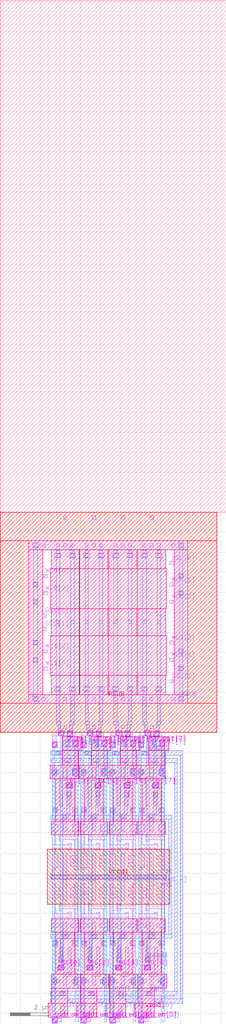
<source format=lef>
VERSION 5.7 ;
  NOWIREEXTENSIONATPIN ON ;
  DIVIDERCHAR "/" ;
  BUSBITCHARS "[]" ;
MACRO flash_array_8x8
  CLASS BLOCK ;
  FOREIGN flash_array_8x8 ;
  ORIGIN 0.000 0.000 ;
  SIZE 11.275 BY 25.530 ;
  PIN PSUB
    ANTENNADIFFAREA 8.916200 ;
    PORT
      LAYER pwell ;
        RECT 1.430 -1.860 9.360 -1.430 ;
        RECT 1.430 -9.110 2.110 -1.860 ;
        RECT 2.535 -2.830 3.935 -1.860 ;
        RECT 3.975 -2.830 5.375 -1.860 ;
        RECT 5.415 -2.830 6.815 -1.860 ;
        RECT 6.855 -2.830 8.255 -1.860 ;
        RECT 2.520 -4.810 3.950 -2.830 ;
        RECT 3.960 -4.810 5.390 -2.830 ;
        RECT 5.400 -4.810 6.830 -2.830 ;
        RECT 6.840 -4.810 8.270 -2.830 ;
        RECT 2.535 -6.160 3.935 -4.810 ;
        RECT 3.975 -6.160 5.375 -4.810 ;
        RECT 5.415 -6.160 6.815 -4.810 ;
        RECT 6.855 -6.160 8.255 -4.810 ;
        RECT 2.520 -8.140 3.950 -6.160 ;
        RECT 3.960 -8.140 5.390 -6.160 ;
        RECT 5.400 -8.140 6.830 -6.160 ;
        RECT 6.840 -8.140 8.270 -6.160 ;
        RECT 2.535 -9.110 3.935 -8.140 ;
        RECT 3.975 -9.110 5.375 -8.140 ;
        RECT 5.415 -9.110 6.815 -8.140 ;
        RECT 6.855 -9.110 8.255 -8.140 ;
        RECT 8.680 -9.110 9.360 -1.860 ;
        RECT 1.430 -9.540 9.360 -9.110 ;
      LAYER li1 ;
        RECT 1.680 -1.730 1.850 -1.560 ;
        RECT 2.075 -1.730 2.245 -1.560 ;
        RECT 2.790 -1.730 2.960 -1.560 ;
        RECT 3.150 -1.730 3.320 -1.560 ;
        RECT 3.510 -1.730 3.680 -1.560 ;
        RECT 4.230 -1.730 4.400 -1.560 ;
        RECT 4.590 -1.730 4.760 -1.560 ;
        RECT 4.950 -1.730 5.120 -1.560 ;
        RECT 5.670 -1.730 5.840 -1.560 ;
        RECT 6.030 -1.730 6.200 -1.560 ;
        RECT 6.390 -1.730 6.560 -1.560 ;
        RECT 7.110 -1.730 7.280 -1.560 ;
        RECT 7.470 -1.730 7.640 -1.560 ;
        RECT 7.830 -1.730 8.000 -1.560 ;
        RECT 8.550 -1.730 8.720 -1.560 ;
        RECT 8.930 -1.730 9.100 -1.560 ;
        RECT 8.930 -3.260 9.100 -3.090 ;
        RECT 1.680 -3.690 1.850 -3.520 ;
        RECT 8.930 -4.120 9.100 -3.950 ;
        RECT 1.680 -4.550 1.850 -4.380 ;
        RECT 1.680 -6.590 1.850 -6.420 ;
        RECT 8.930 -7.020 9.100 -6.850 ;
        RECT 1.680 -7.450 1.850 -7.280 ;
        RECT 8.930 -7.880 9.100 -7.710 ;
        RECT 1.680 -9.410 1.850 -9.240 ;
        RECT 2.075 -9.410 2.245 -9.240 ;
        RECT 2.790 -9.410 2.960 -9.240 ;
        RECT 3.150 -9.410 3.320 -9.240 ;
        RECT 3.510 -9.410 3.680 -9.240 ;
        RECT 4.230 -9.410 4.400 -9.240 ;
        RECT 4.590 -9.410 4.760 -9.240 ;
        RECT 4.950 -9.410 5.120 -9.240 ;
        RECT 5.670 -9.410 5.840 -9.240 ;
        RECT 6.030 -9.410 6.200 -9.240 ;
        RECT 6.390 -9.410 6.560 -9.240 ;
        RECT 7.110 -9.410 7.280 -9.240 ;
        RECT 7.470 -9.410 7.640 -9.240 ;
        RECT 7.830 -9.410 8.000 -9.240 ;
        RECT 8.550 -9.410 8.720 -9.240 ;
        RECT 8.930 -9.410 9.100 -9.240 ;
      LAYER met1 ;
        RECT 1.620 -1.760 1.910 -1.530 ;
        RECT 8.870 -1.760 9.160 -1.530 ;
        RECT 1.680 -3.490 1.850 -1.760 ;
        RECT 8.930 -3.060 9.100 -1.760 ;
        RECT 8.900 -3.290 9.130 -3.060 ;
        RECT 1.650 -3.720 1.880 -3.490 ;
        RECT 1.680 -4.350 1.850 -3.720 ;
        RECT 8.930 -3.920 9.100 -3.290 ;
        RECT 8.900 -4.150 9.130 -3.920 ;
        RECT 1.650 -4.580 1.880 -4.350 ;
        RECT 1.680 -6.390 1.850 -4.580 ;
        RECT 1.650 -6.620 1.880 -6.390 ;
        RECT 1.680 -7.250 1.850 -6.620 ;
        RECT 8.930 -6.820 9.100 -4.150 ;
        RECT 8.900 -7.050 9.130 -6.820 ;
        RECT 1.650 -7.480 1.880 -7.250 ;
        RECT 1.680 -9.210 1.850 -7.480 ;
        RECT 8.930 -7.680 9.100 -7.050 ;
        RECT 8.900 -7.910 9.130 -7.680 ;
        RECT 8.930 -9.210 9.100 -7.910 ;
        RECT 1.620 -9.440 1.910 -9.210 ;
        RECT 8.870 -9.440 9.160 -9.210 ;
    END
  END PSUB
  PIN BL[0]
    ANTENNAGATEAREA 0.126000 ;
    ANTENNADIFFAREA 0.273000 ;
    PORT
      LAYER li1 ;
        RECT 2.790 -2.240 2.960 -2.070 ;
        RECT 2.790 -8.900 2.960 -8.730 ;
        RECT 2.865 -22.800 3.195 -22.630 ;
      LAYER mcon ;
        RECT 2.945 -22.800 3.115 -22.630 ;
      LAYER met1 ;
        RECT 2.790 -2.040 2.960 -1.905 ;
        RECT 2.730 -2.270 3.020 -2.040 ;
        RECT 2.790 -8.700 2.960 -2.270 ;
        RECT 2.730 -8.930 3.020 -8.700 ;
        RECT 2.790 -10.455 2.960 -8.930 ;
        RECT 2.790 -10.595 3.025 -10.455 ;
        RECT 2.885 -10.895 3.025 -10.595 ;
        RECT 2.885 -11.155 3.205 -10.895 ;
        RECT 2.870 -22.860 3.190 -22.600 ;
      LAYER via ;
        RECT 2.915 -11.155 3.175 -10.895 ;
        RECT 2.900 -22.860 3.160 -22.600 ;
      LAYER met2 ;
        RECT 2.885 -11.155 3.205 -10.895 ;
        RECT 2.985 -22.600 3.125 -11.155 ;
        RECT 2.870 -22.860 3.190 -22.600 ;
    END
  END BL[0]
  PIN BL[1]
    ANTENNAGATEAREA 0.126000 ;
    ANTENNADIFFAREA 0.273000 ;
    PORT
      LAYER li1 ;
        RECT 3.510 -2.240 3.680 -2.070 ;
        RECT 3.510 -8.900 3.680 -8.730 ;
        RECT 3.275 -13.735 3.605 -13.565 ;
      LAYER mcon ;
        RECT 3.355 -13.735 3.525 -13.565 ;
      LAYER met1 ;
        RECT 3.510 -2.040 3.680 -1.905 ;
        RECT 3.450 -2.270 3.740 -2.040 ;
        RECT 3.510 -8.700 3.680 -2.270 ;
        RECT 3.450 -8.930 3.740 -8.700 ;
        RECT 3.510 -10.455 3.680 -8.930 ;
        RECT 3.465 -10.595 3.680 -10.455 ;
        RECT 3.465 -10.895 3.605 -10.595 ;
        RECT 3.345 -11.215 3.605 -10.895 ;
        RECT 3.280 -13.765 3.600 -13.505 ;
      LAYER via ;
        RECT 3.345 -11.185 3.605 -10.925 ;
        RECT 3.310 -13.765 3.570 -13.505 ;
      LAYER met2 ;
        RECT 3.345 -11.215 3.605 -10.895 ;
        RECT 3.345 -13.505 3.485 -11.215 ;
        RECT 3.280 -13.765 3.600 -13.505 ;
    END
  END BL[1]
  PIN BL[2]
    ANTENNAGATEAREA 0.126000 ;
    ANTENNADIFFAREA 0.273000 ;
    PORT
      LAYER li1 ;
        RECT 4.230 -2.240 4.400 -2.070 ;
        RECT 4.230 -8.900 4.400 -8.730 ;
        RECT 4.305 -22.800 4.635 -22.630 ;
      LAYER mcon ;
        RECT 4.385 -22.800 4.555 -22.630 ;
      LAYER met1 ;
        RECT 4.230 -2.040 4.400 -1.905 ;
        RECT 4.170 -2.270 4.460 -2.040 ;
        RECT 4.230 -8.700 4.400 -2.270 ;
        RECT 4.170 -8.930 4.460 -8.700 ;
        RECT 4.230 -10.455 4.400 -8.930 ;
        RECT 4.230 -10.595 4.465 -10.455 ;
        RECT 4.325 -10.895 4.465 -10.595 ;
        RECT 4.325 -11.155 4.645 -10.895 ;
        RECT 4.310 -22.860 4.630 -22.600 ;
      LAYER via ;
        RECT 4.355 -11.155 4.615 -10.895 ;
        RECT 4.340 -22.860 4.600 -22.600 ;
      LAYER met2 ;
        RECT 4.325 -11.155 4.645 -10.895 ;
        RECT 4.425 -22.600 4.565 -11.155 ;
        RECT 4.310 -22.860 4.630 -22.600 ;
    END
  END BL[2]
  PIN BL[3]
    ANTENNAGATEAREA 0.126000 ;
    ANTENNADIFFAREA 0.273000 ;
    PORT
      LAYER li1 ;
        RECT 4.950 -2.240 5.120 -2.070 ;
        RECT 4.950 -8.900 5.120 -8.730 ;
        RECT 4.715 -13.735 5.045 -13.565 ;
      LAYER mcon ;
        RECT 4.795 -13.735 4.965 -13.565 ;
      LAYER met1 ;
        RECT 4.950 -2.040 5.120 -1.905 ;
        RECT 4.890 -2.270 5.180 -2.040 ;
        RECT 4.950 -8.700 5.120 -2.270 ;
        RECT 4.890 -8.930 5.180 -8.700 ;
        RECT 4.950 -10.455 5.120 -8.930 ;
        RECT 4.905 -10.595 5.120 -10.455 ;
        RECT 4.905 -10.895 5.045 -10.595 ;
        RECT 4.785 -11.215 5.045 -10.895 ;
        RECT 4.720 -13.765 5.040 -13.505 ;
      LAYER via ;
        RECT 4.785 -11.185 5.045 -10.925 ;
        RECT 4.750 -13.765 5.010 -13.505 ;
      LAYER met2 ;
        RECT 4.785 -11.215 5.045 -10.895 ;
        RECT 4.785 -13.505 4.925 -11.215 ;
        RECT 4.720 -13.765 5.040 -13.505 ;
    END
  END BL[3]
  PIN BL[4]
    ANTENNAGATEAREA 0.126000 ;
    ANTENNADIFFAREA 0.273000 ;
    PORT
      LAYER li1 ;
        RECT 5.670 -2.240 5.840 -2.070 ;
        RECT 5.670 -8.900 5.840 -8.730 ;
        RECT 5.745 -22.800 6.075 -22.630 ;
      LAYER mcon ;
        RECT 5.825 -22.800 5.995 -22.630 ;
      LAYER met1 ;
        RECT 5.670 -2.040 5.840 -1.905 ;
        RECT 5.610 -2.270 5.900 -2.040 ;
        RECT 5.670 -8.700 5.840 -2.270 ;
        RECT 5.610 -8.930 5.900 -8.700 ;
        RECT 5.670 -10.455 5.840 -8.930 ;
        RECT 5.670 -10.595 5.905 -10.455 ;
        RECT 5.765 -10.895 5.905 -10.595 ;
        RECT 5.765 -11.155 6.085 -10.895 ;
        RECT 5.750 -22.860 6.070 -22.600 ;
      LAYER via ;
        RECT 5.795 -11.155 6.055 -10.895 ;
        RECT 5.780 -22.860 6.040 -22.600 ;
      LAYER met2 ;
        RECT 5.765 -11.155 6.085 -10.895 ;
        RECT 5.865 -22.600 6.005 -11.155 ;
        RECT 5.750 -22.860 6.070 -22.600 ;
    END
  END BL[4]
  PIN BL[5]
    ANTENNAGATEAREA 0.126000 ;
    ANTENNADIFFAREA 0.273000 ;
    PORT
      LAYER li1 ;
        RECT 6.390 -2.240 6.560 -2.070 ;
        RECT 6.390 -8.900 6.560 -8.730 ;
        RECT 6.155 -13.735 6.485 -13.565 ;
      LAYER mcon ;
        RECT 6.235 -13.735 6.405 -13.565 ;
      LAYER met1 ;
        RECT 6.390 -2.040 6.560 -1.905 ;
        RECT 6.330 -2.270 6.620 -2.040 ;
        RECT 6.390 -8.700 6.560 -2.270 ;
        RECT 6.330 -8.930 6.620 -8.700 ;
        RECT 6.390 -10.455 6.560 -8.930 ;
        RECT 6.345 -10.595 6.560 -10.455 ;
        RECT 6.345 -10.895 6.485 -10.595 ;
        RECT 6.225 -11.215 6.485 -10.895 ;
        RECT 6.160 -13.765 6.480 -13.505 ;
      LAYER via ;
        RECT 6.225 -11.185 6.485 -10.925 ;
        RECT 6.190 -13.765 6.450 -13.505 ;
      LAYER met2 ;
        RECT 6.225 -11.215 6.485 -10.895 ;
        RECT 6.225 -13.505 6.365 -11.215 ;
        RECT 6.160 -13.765 6.480 -13.505 ;
    END
  END BL[5]
  PIN BL[6]
    ANTENNAGATEAREA 0.126000 ;
    ANTENNADIFFAREA 0.273000 ;
    PORT
      LAYER li1 ;
        RECT 7.110 -2.240 7.280 -2.070 ;
        RECT 7.110 -8.900 7.280 -8.730 ;
        RECT 7.185 -22.800 7.515 -22.630 ;
      LAYER mcon ;
        RECT 7.265 -22.800 7.435 -22.630 ;
      LAYER met1 ;
        RECT 7.110 -2.040 7.280 -1.905 ;
        RECT 7.050 -2.270 7.340 -2.040 ;
        RECT 7.110 -8.700 7.280 -2.270 ;
        RECT 7.050 -8.930 7.340 -8.700 ;
        RECT 7.110 -10.455 7.280 -8.930 ;
        RECT 7.110 -10.595 7.345 -10.455 ;
        RECT 7.205 -10.895 7.345 -10.595 ;
        RECT 7.205 -11.155 7.525 -10.895 ;
        RECT 7.190 -22.860 7.510 -22.600 ;
      LAYER via ;
        RECT 7.235 -11.155 7.495 -10.895 ;
        RECT 7.220 -22.860 7.480 -22.600 ;
      LAYER met2 ;
        RECT 7.205 -11.155 7.525 -10.895 ;
        RECT 7.305 -22.600 7.445 -11.155 ;
        RECT 7.190 -22.860 7.510 -22.600 ;
    END
  END BL[6]
  PIN BL[7]
    ANTENNAGATEAREA 0.126000 ;
    ANTENNADIFFAREA 0.273000 ;
    PORT
      LAYER li1 ;
        RECT 7.830 -2.240 8.000 -2.070 ;
        RECT 7.830 -8.900 8.000 -8.730 ;
        RECT 7.595 -13.735 7.925 -13.565 ;
      LAYER mcon ;
        RECT 7.675 -13.735 7.845 -13.565 ;
      LAYER met1 ;
        RECT 7.830 -2.040 8.000 -1.905 ;
        RECT 7.770 -2.270 8.060 -2.040 ;
        RECT 7.830 -8.700 8.000 -2.270 ;
        RECT 7.770 -8.930 8.060 -8.700 ;
        RECT 7.830 -10.455 8.000 -8.930 ;
        RECT 7.785 -10.595 8.000 -10.455 ;
        RECT 7.785 -10.895 7.925 -10.595 ;
        RECT 7.665 -11.215 7.925 -10.895 ;
        RECT 7.600 -13.765 7.920 -13.505 ;
      LAYER via ;
        RECT 7.665 -11.185 7.925 -10.925 ;
        RECT 7.630 -13.765 7.890 -13.505 ;
      LAYER met2 ;
        RECT 7.665 -11.215 7.925 -10.895 ;
        RECT 7.665 -13.505 7.805 -11.215 ;
        RECT 7.600 -13.765 7.920 -13.505 ;
    END
  END BL[7]
  PIN SSL[0]
    ANTENNAGATEAREA 1.680000 ;
    PORT
      LAYER li1 ;
        RECT 8.450 -2.625 8.620 -2.455 ;
    END
  END SSL[0]
  PIN WL0[0]
    ANTENNAGATEAREA 0.792000 ;
    PORT
      LAYER li1 ;
        RECT 2.170 -3.260 2.340 -3.090 ;
    END
  END WL0[0]
  PIN WL0[1]
    ANTENNAGATEAREA 0.792000 ;
    PORT
      LAYER li1 ;
        RECT 8.450 -3.690 8.620 -3.520 ;
    END
  END WL0[1]
  PIN WL0[2]
    ANTENNAGATEAREA 0.792000 ;
    PORT
      LAYER li1 ;
        RECT 2.170 -4.120 2.340 -3.950 ;
    END
  END WL0[2]
  PIN WL0[3]
    ANTENNAGATEAREA 0.792000 ;
    PORT
      LAYER li1 ;
        RECT 8.450 -4.550 8.620 -4.380 ;
    END
  END WL0[3]
  PIN GSL[0]
    ANTENNAGATEAREA 1.680000 ;
    PORT
      LAYER li1 ;
        RECT 2.125 -5.235 2.295 -5.065 ;
    END
  END GSL[0]
  PIN GSL[1]
    ANTENNAGATEAREA 1.680000 ;
    PORT
      LAYER li1 ;
        RECT 2.125 -5.905 2.295 -5.735 ;
    END
  END GSL[1]
  PIN SL
    ANTENNADIFFAREA 1.344000 ;
    PORT
      LAYER li1 ;
        RECT 2.790 -5.570 2.960 -5.400 ;
        RECT 3.510 -5.570 3.680 -5.400 ;
        RECT 4.230 -5.570 4.400 -5.400 ;
        RECT 4.950 -5.570 5.120 -5.400 ;
        RECT 5.670 -5.570 5.840 -5.400 ;
        RECT 6.390 -5.570 6.560 -5.400 ;
        RECT 7.110 -5.570 7.280 -5.400 ;
        RECT 7.830 -5.570 8.000 -5.400 ;
    END
  END SL
  PIN WL1[2]
    ANTENNAGATEAREA 0.792000 ;
    PORT
      LAYER li1 ;
        RECT 2.170 -7.020 2.340 -6.850 ;
    END
  END WL1[2]
  PIN WL1[3]
    ANTENNAGATEAREA 0.792000 ;
    PORT
      LAYER li1 ;
        RECT 8.450 -6.590 8.620 -6.420 ;
    END
  END WL1[3]
  PIN WL1[0]
    ANTENNAGATEAREA 0.792000 ;
    PORT
      LAYER li1 ;
        RECT 2.170 -7.880 2.340 -7.710 ;
    END
  END WL1[0]
  PIN WL1[1]
    ANTENNAGATEAREA 0.792000 ;
    PORT
      LAYER li1 ;
        RECT 8.450 -7.450 8.620 -7.280 ;
    END
  END WL1[1]
  PIN out_en[0]
    ANTENNAGATEAREA 0.126000 ;
    PORT
      LAYER li1 ;
        RECT 2.630 -11.140 3.735 -10.970 ;
        RECT 2.630 -11.680 2.800 -11.140 ;
        RECT 2.630 -25.415 3.065 -25.245 ;
      LAYER met1 ;
        RECT 2.585 -11.755 2.845 -11.435 ;
        RECT 2.585 -25.490 2.845 -25.170 ;
      LAYER via ;
        RECT 2.585 -11.725 2.845 -11.465 ;
        RECT 2.585 -25.460 2.845 -25.200 ;
      LAYER met2 ;
        RECT 2.585 -11.755 2.845 -11.435 ;
        RECT 2.585 -25.170 2.725 -11.755 ;
        RECT 2.585 -25.490 2.845 -25.170 ;
    END
  END out_en[0]
  PIN out[1]
    ANTENNADIFFAREA 0.111300 ;
    PORT
      LAYER li1 ;
        RECT 3.270 -11.750 3.440 -11.330 ;
      LAYER mcon ;
        RECT 3.270 -11.625 3.440 -11.455 ;
      LAYER met1 ;
        RECT 3.625 -11.395 3.885 -11.380 ;
        RECT 3.180 -11.685 3.885 -11.395 ;
        RECT 3.625 -11.700 3.885 -11.685 ;
      LAYER via ;
        RECT 3.625 -11.670 3.885 -11.410 ;
      LAYER met2 ;
        RECT 3.625 -11.700 3.885 -11.380 ;
        RECT 3.745 -25.430 3.885 -11.700 ;
    END
  END out[1]
  PIN out[0]
    ANTENNADIFFAREA 0.111300 ;
    PORT
      LAYER li1 ;
        RECT 3.030 -25.055 3.200 -24.635 ;
    END
  END out[0]
  PIN out_en[1]
    ANTENNAGATEAREA 0.126000 ;
    PORT
      LAYER li1 ;
        RECT 4.070 -11.140 5.175 -10.970 ;
        RECT 4.070 -11.680 4.240 -11.140 ;
        RECT 4.070 -25.415 4.505 -25.245 ;
      LAYER met1 ;
        RECT 4.025 -11.755 4.285 -11.435 ;
        RECT 4.025 -25.490 4.285 -25.170 ;
      LAYER via ;
        RECT 4.025 -11.725 4.285 -11.465 ;
        RECT 4.025 -25.460 4.285 -25.200 ;
      LAYER met2 ;
        RECT 4.025 -11.755 4.285 -11.435 ;
        RECT 4.025 -25.170 4.165 -11.755 ;
        RECT 4.025 -25.490 4.285 -25.170 ;
    END
  END out_en[1]
  PIN out[3]
    ANTENNADIFFAREA 0.111300 ;
    PORT
      LAYER li1 ;
        RECT 4.710 -11.750 4.880 -11.330 ;
      LAYER mcon ;
        RECT 4.710 -11.625 4.880 -11.455 ;
      LAYER met1 ;
        RECT 5.065 -11.395 5.325 -11.380 ;
        RECT 4.620 -11.685 5.325 -11.395 ;
        RECT 5.065 -11.700 5.325 -11.685 ;
      LAYER via ;
        RECT 5.065 -11.670 5.325 -11.410 ;
      LAYER met2 ;
        RECT 5.065 -11.700 5.325 -11.380 ;
        RECT 5.185 -25.430 5.325 -11.700 ;
    END
  END out[3]
  PIN out[2]
    ANTENNADIFFAREA 0.111300 ;
    PORT
      LAYER li1 ;
        RECT 4.470 -25.055 4.640 -24.635 ;
    END
  END out[2]
  PIN out_en[2]
    ANTENNAGATEAREA 0.126000 ;
    PORT
      LAYER li1 ;
        RECT 5.510 -11.140 6.615 -10.970 ;
        RECT 5.510 -11.680 5.680 -11.140 ;
        RECT 5.510 -25.415 5.945 -25.245 ;
      LAYER met1 ;
        RECT 5.465 -11.755 5.725 -11.435 ;
        RECT 5.465 -25.490 5.725 -25.170 ;
      LAYER via ;
        RECT 5.465 -11.725 5.725 -11.465 ;
        RECT 5.465 -25.460 5.725 -25.200 ;
      LAYER met2 ;
        RECT 5.465 -11.755 5.725 -11.435 ;
        RECT 5.465 -25.170 5.605 -11.755 ;
        RECT 5.465 -25.490 5.725 -25.170 ;
    END
  END out_en[2]
  PIN out[5]
    ANTENNADIFFAREA 0.111300 ;
    PORT
      LAYER li1 ;
        RECT 6.150 -11.750 6.320 -11.330 ;
      LAYER mcon ;
        RECT 6.150 -11.625 6.320 -11.455 ;
      LAYER met1 ;
        RECT 6.505 -11.395 6.765 -11.380 ;
        RECT 6.060 -11.685 6.765 -11.395 ;
        RECT 6.505 -11.700 6.765 -11.685 ;
      LAYER via ;
        RECT 6.505 -11.670 6.765 -11.410 ;
      LAYER met2 ;
        RECT 6.505 -11.700 6.765 -11.380 ;
        RECT 6.625 -25.430 6.765 -11.700 ;
    END
  END out[5]
  PIN out[4]
    ANTENNADIFFAREA 0.111300 ;
    PORT
      LAYER li1 ;
        RECT 5.910 -25.055 6.080 -24.635 ;
    END
  END out[4]
  PIN out_en[3]
    ANTENNAGATEAREA 0.126000 ;
    PORT
      LAYER li1 ;
        RECT 6.950 -11.140 8.055 -10.970 ;
        RECT 6.950 -11.680 7.120 -11.140 ;
        RECT 6.950 -25.415 7.385 -25.245 ;
      LAYER met1 ;
        RECT 6.905 -11.755 7.165 -11.435 ;
        RECT 6.905 -25.490 7.165 -25.170 ;
      LAYER via ;
        RECT 6.905 -11.725 7.165 -11.465 ;
        RECT 6.905 -25.460 7.165 -25.200 ;
      LAYER met2 ;
        RECT 6.905 -11.755 7.165 -11.435 ;
        RECT 6.905 -25.170 7.045 -11.755 ;
        RECT 6.905 -25.490 7.165 -25.170 ;
    END
  END out_en[3]
  PIN out[7]
    ANTENNADIFFAREA 0.111300 ;
    PORT
      LAYER li1 ;
        RECT 7.590 -11.750 7.760 -11.330 ;
      LAYER mcon ;
        RECT 7.590 -11.625 7.760 -11.455 ;
      LAYER met1 ;
        RECT 7.945 -11.395 8.205 -11.380 ;
        RECT 7.500 -11.685 8.205 -11.395 ;
        RECT 7.945 -11.700 8.205 -11.685 ;
      LAYER via ;
        RECT 7.945 -11.670 8.205 -11.410 ;
      LAYER met2 ;
        RECT 7.945 -11.700 8.205 -11.380 ;
        RECT 8.065 -25.430 8.205 -11.700 ;
    END
  END out[7]
  PIN out[6]
    ANTENNADIFFAREA 0.111300 ;
    PORT
      LAYER li1 ;
        RECT 7.350 -25.055 7.520 -24.635 ;
    END
  END out[6]
  PIN SSL[1]
    ANTENNAGATEAREA 1.680000 ;
    PORT
      LAYER li1 ;
        RECT 8.450 -8.515 8.620 -8.345 ;
    END
  END SSL[1]
  PIN vssd1
    ANTENNADIFFAREA 3.279200 ;
    PORT
      LAYER pwell ;
        RECT 3.100 -11.880 4.085 -11.200 ;
        RECT 4.540 -11.880 5.525 -11.200 ;
        RECT 5.980 -11.880 6.965 -11.200 ;
        RECT 7.420 -11.880 8.405 -11.200 ;
        RECT 3.100 -12.625 3.920 -11.880 ;
        RECT 4.540 -12.625 5.360 -11.880 ;
        RECT 5.980 -12.625 6.800 -11.880 ;
        RECT 7.420 -12.625 8.240 -11.880 ;
        RECT 2.490 -13.305 3.920 -12.625 ;
        RECT 3.930 -13.305 5.360 -12.625 ;
        RECT 5.370 -13.305 6.800 -12.625 ;
        RECT 6.810 -13.305 8.240 -12.625 ;
        RECT 2.765 -15.415 3.705 -13.305 ;
        RECT 4.205 -15.415 5.145 -13.305 ;
        RECT 5.645 -15.415 6.585 -13.305 ;
        RECT 7.085 -15.415 8.025 -13.305 ;
        RECT 2.550 -16.095 3.920 -15.415 ;
        RECT 3.990 -16.095 5.360 -15.415 ;
        RECT 5.430 -16.095 6.800 -15.415 ;
        RECT 6.870 -16.095 8.240 -15.415 ;
        RECT 2.550 -20.950 3.920 -20.270 ;
        RECT 3.990 -20.950 5.360 -20.270 ;
        RECT 5.430 -20.950 6.800 -20.270 ;
        RECT 6.870 -20.950 8.240 -20.270 ;
        RECT 2.765 -23.060 3.705 -20.950 ;
        RECT 4.205 -23.060 5.145 -20.950 ;
        RECT 5.645 -23.060 6.585 -20.950 ;
        RECT 7.085 -23.060 8.025 -20.950 ;
        RECT 2.550 -23.740 3.980 -23.060 ;
        RECT 3.990 -23.740 5.420 -23.060 ;
        RECT 5.430 -23.740 6.860 -23.060 ;
        RECT 6.870 -23.740 8.300 -23.060 ;
        RECT 2.550 -24.505 3.370 -23.740 ;
        RECT 3.990 -24.505 4.810 -23.740 ;
        RECT 5.430 -24.505 6.250 -23.740 ;
        RECT 6.870 -24.505 7.690 -23.740 ;
        RECT 2.385 -25.185 3.370 -24.505 ;
        RECT 3.825 -25.185 4.810 -24.505 ;
        RECT 5.265 -25.185 6.250 -24.505 ;
        RECT 6.705 -25.185 7.690 -24.505 ;
      LAYER li1 ;
        RECT 3.365 -13.965 3.535 -13.905 ;
        RECT 4.805 -13.965 4.975 -13.905 ;
        RECT 6.245 -13.965 6.415 -13.905 ;
        RECT 7.685 -13.965 7.855 -13.905 ;
        RECT 3.345 -14.135 3.535 -13.965 ;
        RECT 4.785 -14.135 4.975 -13.965 ;
        RECT 6.225 -14.135 6.415 -13.965 ;
        RECT 7.665 -14.135 7.855 -13.965 ;
        RECT 3.365 -14.655 3.535 -14.135 ;
        RECT 4.805 -14.655 4.975 -14.135 ;
        RECT 6.245 -14.655 6.415 -14.135 ;
        RECT 7.685 -14.655 7.855 -14.135 ;
        RECT 3.070 -15.275 3.400 -15.105 ;
        RECT 4.510 -15.275 4.840 -15.105 ;
        RECT 5.950 -15.275 6.280 -15.105 ;
        RECT 7.390 -15.275 7.720 -15.105 ;
        RECT 3.150 -15.920 3.320 -15.275 ;
        RECT 4.590 -15.920 4.760 -15.275 ;
        RECT 6.030 -15.920 6.200 -15.275 ;
        RECT 7.470 -15.920 7.640 -15.275 ;
        RECT 3.150 -21.090 3.320 -20.460 ;
        RECT 4.590 -21.090 4.760 -20.460 ;
        RECT 6.030 -21.090 6.200 -20.460 ;
        RECT 7.470 -21.090 7.640 -20.460 ;
        RECT 3.070 -21.260 3.400 -21.090 ;
        RECT 4.510 -21.260 4.840 -21.090 ;
        RECT 5.950 -21.260 6.280 -21.090 ;
        RECT 7.390 -21.260 7.720 -21.090 ;
        RECT 2.935 -22.230 3.105 -21.710 ;
        RECT 4.375 -22.230 4.545 -21.710 ;
        RECT 5.815 -22.230 5.985 -21.710 ;
        RECT 7.255 -22.230 7.425 -21.710 ;
        RECT 2.935 -22.400 3.125 -22.230 ;
        RECT 4.375 -22.400 4.565 -22.230 ;
        RECT 5.815 -22.400 6.005 -22.230 ;
        RECT 7.255 -22.400 7.445 -22.230 ;
        RECT 2.935 -22.460 3.105 -22.400 ;
        RECT 4.375 -22.460 4.545 -22.400 ;
        RECT 5.815 -22.460 5.985 -22.400 ;
        RECT 7.255 -22.460 7.425 -22.400 ;
      LAYER mcon ;
        RECT 3.345 -14.135 3.515 -13.965 ;
        RECT 4.785 -14.135 4.955 -13.965 ;
        RECT 6.225 -14.135 6.395 -13.965 ;
        RECT 7.665 -14.135 7.835 -13.965 ;
        RECT 3.150 -15.275 3.320 -15.105 ;
        RECT 4.590 -15.275 4.760 -15.105 ;
        RECT 6.030 -15.275 6.200 -15.105 ;
        RECT 7.470 -15.275 7.640 -15.105 ;
        RECT 3.150 -21.260 3.320 -21.090 ;
        RECT 4.590 -21.260 4.760 -21.090 ;
        RECT 6.030 -21.260 6.200 -21.090 ;
        RECT 7.470 -21.260 7.640 -21.090 ;
        RECT 2.955 -22.400 3.125 -22.230 ;
        RECT 4.395 -22.400 4.565 -22.230 ;
        RECT 5.835 -22.400 6.005 -22.230 ;
        RECT 7.275 -22.400 7.445 -22.230 ;
      LAYER met1 ;
        RECT 3.315 -14.195 3.545 -13.905 ;
        RECT 4.755 -14.195 4.985 -13.905 ;
        RECT 6.195 -14.195 6.425 -13.905 ;
        RECT 7.635 -14.195 7.865 -13.905 ;
        RECT 3.315 -15.075 3.455 -14.195 ;
        RECT 4.755 -15.075 4.895 -14.195 ;
        RECT 6.195 -15.075 6.335 -14.195 ;
        RECT 7.635 -15.075 7.775 -14.195 ;
        RECT 3.090 -15.120 3.455 -15.075 ;
        RECT 4.530 -15.120 4.895 -15.075 ;
        RECT 5.970 -15.120 6.335 -15.075 ;
        RECT 7.410 -15.120 7.775 -15.075 ;
        RECT 2.515 -15.305 8.555 -15.120 ;
        RECT 8.415 -21.060 8.555 -15.305 ;
        RECT 2.515 -21.245 8.555 -21.060 ;
        RECT 3.015 -21.290 3.380 -21.245 ;
        RECT 4.455 -21.290 4.820 -21.245 ;
        RECT 5.895 -21.290 6.260 -21.245 ;
        RECT 7.335 -21.290 7.700 -21.245 ;
        RECT 3.015 -22.170 3.155 -21.290 ;
        RECT 4.455 -22.170 4.595 -21.290 ;
        RECT 5.895 -22.170 6.035 -21.290 ;
        RECT 7.335 -22.170 7.475 -21.290 ;
        RECT 2.925 -22.460 3.155 -22.170 ;
        RECT 4.365 -22.460 4.595 -22.170 ;
        RECT 5.805 -22.460 6.035 -22.170 ;
        RECT 7.245 -22.460 7.475 -22.170 ;
    END
  END vssd1
  PIN vccd1
    ANTENNADIFFAREA 2.860800 ;
    PORT
      LAYER nwell ;
        RECT 2.335 -19.565 8.455 -16.815 ;
      LAYER li1 ;
        RECT 3.150 -18.105 3.320 -17.010 ;
        RECT 4.590 -18.105 4.760 -17.010 ;
        RECT 6.030 -18.105 6.200 -17.010 ;
        RECT 7.470 -18.105 7.640 -17.010 ;
        RECT 2.515 -18.275 8.275 -18.105 ;
        RECT 3.150 -19.370 3.320 -18.275 ;
        RECT 4.590 -19.370 4.760 -18.275 ;
        RECT 6.030 -19.370 6.200 -18.275 ;
        RECT 7.470 -19.370 7.640 -18.275 ;
      LAYER mcon ;
        RECT 3.150 -18.275 3.320 -18.105 ;
        RECT 4.590 -18.275 4.760 -18.105 ;
        RECT 6.030 -18.275 6.200 -18.105 ;
        RECT 7.470 -18.275 7.640 -18.105 ;
      LAYER met1 ;
        RECT 2.515 -18.305 8.275 -18.075 ;
    END
  END vccd1
  PIN sen1
    ANTENNAGATEAREA 0.504000 ;
    PORT
      LAYER li1 ;
        RECT 3.200 -12.450 3.530 -12.280 ;
        RECT 4.640 -12.450 4.970 -12.280 ;
        RECT 6.080 -12.450 6.410 -12.280 ;
        RECT 7.520 -12.450 7.850 -12.280 ;
        RECT 3.280 -12.465 3.450 -12.450 ;
        RECT 4.720 -12.465 4.890 -12.450 ;
        RECT 6.160 -12.465 6.330 -12.450 ;
        RECT 7.600 -12.465 7.770 -12.450 ;
        RECT 3.020 -23.935 3.190 -23.920 ;
        RECT 4.460 -23.935 4.630 -23.920 ;
        RECT 5.900 -23.935 6.070 -23.920 ;
        RECT 7.340 -23.935 7.510 -23.920 ;
        RECT 2.940 -24.105 3.270 -23.935 ;
        RECT 4.380 -24.105 4.710 -23.935 ;
        RECT 5.820 -24.105 6.150 -23.935 ;
        RECT 7.260 -24.105 7.590 -23.935 ;
      LAYER mcon ;
        RECT 3.020 -24.090 3.190 -23.920 ;
        RECT 4.460 -24.090 4.630 -23.920 ;
        RECT 5.900 -24.090 6.070 -23.920 ;
        RECT 7.340 -24.090 7.510 -23.920 ;
      LAYER met1 ;
        RECT 2.515 -12.495 8.835 -12.265 ;
        RECT 8.695 -23.890 8.835 -12.495 ;
        RECT 2.515 -24.120 8.835 -23.890 ;
    END
  END sen1
  PIN sen2
    ANTENNAGATEAREA 0.504000 ;
    PORT
      LAYER li1 ;
        RECT 2.800 -11.940 2.970 -11.925 ;
        RECT 4.240 -11.940 4.410 -11.925 ;
        RECT 5.680 -11.940 5.850 -11.925 ;
        RECT 7.120 -11.940 7.290 -11.925 ;
        RECT 2.720 -12.110 3.050 -11.940 ;
        RECT 4.160 -12.110 4.490 -11.940 ;
        RECT 5.600 -12.110 5.930 -11.940 ;
        RECT 7.040 -12.110 7.370 -11.940 ;
        RECT 3.420 -24.445 3.750 -24.275 ;
        RECT 4.860 -24.445 5.190 -24.275 ;
        RECT 6.300 -24.445 6.630 -24.275 ;
        RECT 7.740 -24.445 8.070 -24.275 ;
        RECT 3.500 -24.460 3.670 -24.445 ;
        RECT 4.940 -24.460 5.110 -24.445 ;
        RECT 6.380 -24.460 6.550 -24.445 ;
        RECT 7.820 -24.460 7.990 -24.445 ;
      LAYER mcon ;
        RECT 2.800 -12.095 2.970 -11.925 ;
        RECT 4.240 -12.095 4.410 -11.925 ;
        RECT 5.680 -12.095 5.850 -11.925 ;
        RECT 7.120 -12.095 7.290 -11.925 ;
      LAYER met1 ;
        RECT 2.515 -12.125 9.115 -11.895 ;
        RECT 8.975 -24.260 9.115 -12.125 ;
        RECT 2.515 -24.490 9.115 -24.260 ;
    END
  END sen2
  OBS
      LAYER nwell ;
        RECT 0.000 -1.430 10.790 0.000 ;
        RECT 0.000 -9.540 1.430 -1.430 ;
        RECT 9.360 -9.540 10.790 -1.430 ;
        RECT 0.000 -10.970 10.790 -9.540 ;
      LAYER li1 ;
        RECT 3.160 -0.350 3.330 -0.180 ;
        RECT 4.600 -0.350 4.770 -0.180 ;
        RECT 6.040 -0.350 6.210 -0.180 ;
        RECT 7.480 -0.350 7.650 -0.180 ;
        RECT 3.160 -10.790 3.330 -10.620 ;
        RECT 4.600 -10.790 4.770 -10.620 ;
        RECT 6.040 -10.790 6.210 -10.620 ;
        RECT 7.480 -10.790 7.650 -10.620 ;
        RECT 3.700 -11.455 3.870 -11.330 ;
        RECT 5.140 -11.455 5.310 -11.330 ;
        RECT 6.580 -11.455 6.750 -11.330 ;
        RECT 8.020 -11.455 8.190 -11.330 ;
        RECT 3.670 -11.625 3.870 -11.455 ;
        RECT 5.110 -11.625 5.310 -11.455 ;
        RECT 6.550 -11.625 6.750 -11.455 ;
        RECT 7.990 -11.625 8.190 -11.455 ;
        RECT 3.700 -12.670 3.870 -11.625 ;
        RECT 5.140 -12.670 5.310 -11.625 ;
        RECT 6.580 -12.670 6.750 -11.625 ;
        RECT 8.020 -12.670 8.190 -11.625 ;
        RECT 2.565 -13.050 2.910 -12.880 ;
        RECT 3.150 -13.220 3.320 -12.755 ;
        RECT 3.665 -12.775 3.870 -12.670 ;
        RECT 3.665 -12.800 3.835 -12.775 ;
        RECT 3.580 -13.130 3.835 -12.800 ;
        RECT 4.005 -13.050 4.350 -12.880 ;
        RECT 3.665 -13.175 3.835 -13.130 ;
        RECT 4.590 -13.220 4.760 -12.755 ;
        RECT 5.105 -12.775 5.310 -12.670 ;
        RECT 5.105 -12.800 5.275 -12.775 ;
        RECT 5.020 -13.130 5.275 -12.800 ;
        RECT 5.445 -13.050 5.790 -12.880 ;
        RECT 5.105 -13.175 5.275 -13.130 ;
        RECT 6.030 -13.220 6.200 -12.755 ;
        RECT 6.545 -12.775 6.750 -12.670 ;
        RECT 6.545 -12.800 6.715 -12.775 ;
        RECT 6.460 -13.130 6.715 -12.800 ;
        RECT 6.885 -13.050 7.230 -12.880 ;
        RECT 6.545 -13.175 6.715 -13.130 ;
        RECT 7.470 -13.220 7.640 -12.755 ;
        RECT 7.985 -12.775 8.190 -12.670 ;
        RECT 7.985 -12.800 8.155 -12.775 ;
        RECT 7.900 -13.130 8.155 -12.800 ;
        RECT 7.985 -13.175 8.155 -13.130 ;
        RECT 2.935 -13.390 3.320 -13.220 ;
        RECT 4.375 -13.390 4.760 -13.220 ;
        RECT 5.815 -13.390 6.200 -13.220 ;
        RECT 7.255 -13.390 7.640 -13.220 ;
        RECT 2.935 -14.655 3.105 -13.390 ;
        RECT 4.375 -14.655 4.545 -13.390 ;
        RECT 5.815 -14.655 5.985 -13.390 ;
        RECT 7.255 -14.655 7.425 -13.390 ;
        RECT 2.600 -14.950 2.815 -14.780 ;
        RECT 3.655 -14.950 3.870 -14.780 ;
        RECT 2.600 -15.590 2.770 -14.950 ;
        RECT 3.700 -15.590 3.870 -14.950 ;
        RECT 2.600 -15.920 2.890 -15.590 ;
        RECT 3.580 -15.920 3.870 -15.590 ;
        RECT 2.600 -16.590 2.770 -15.920 ;
        RECT 2.940 -16.170 3.110 -16.090 ;
        RECT 3.700 -16.170 3.870 -15.920 ;
        RECT 2.940 -16.340 3.870 -16.170 ;
        RECT 2.940 -16.420 3.110 -16.340 ;
        RECT 3.360 -16.590 3.530 -16.510 ;
        RECT 2.600 -16.760 3.530 -16.590 ;
        RECT 2.600 -17.060 2.770 -16.760 ;
        RECT 3.360 -16.840 3.530 -16.760 ;
        RECT 2.600 -17.730 2.890 -17.060 ;
        RECT 3.700 -17.140 3.870 -16.340 ;
        RECT 3.500 -17.310 3.870 -17.140 ;
        RECT 3.700 -17.480 3.870 -17.310 ;
        RECT 3.500 -17.650 3.870 -17.480 ;
        RECT 2.600 -17.835 2.770 -17.730 ;
        RECT 3.700 -17.835 3.870 -17.650 ;
        RECT 4.040 -14.950 4.255 -14.780 ;
        RECT 5.095 -14.950 5.310 -14.780 ;
        RECT 4.040 -15.590 4.210 -14.950 ;
        RECT 5.140 -15.590 5.310 -14.950 ;
        RECT 4.040 -15.920 4.330 -15.590 ;
        RECT 5.020 -15.920 5.310 -15.590 ;
        RECT 4.040 -16.590 4.210 -15.920 ;
        RECT 4.380 -16.170 4.550 -16.090 ;
        RECT 5.140 -16.170 5.310 -15.920 ;
        RECT 4.380 -16.340 5.310 -16.170 ;
        RECT 4.380 -16.420 4.550 -16.340 ;
        RECT 4.800 -16.590 4.970 -16.510 ;
        RECT 4.040 -16.760 4.970 -16.590 ;
        RECT 4.040 -17.060 4.210 -16.760 ;
        RECT 4.800 -16.840 4.970 -16.760 ;
        RECT 4.040 -17.730 4.330 -17.060 ;
        RECT 5.140 -17.140 5.310 -16.340 ;
        RECT 4.940 -17.310 5.310 -17.140 ;
        RECT 5.140 -17.480 5.310 -17.310 ;
        RECT 4.940 -17.650 5.310 -17.480 ;
        RECT 4.040 -17.835 4.210 -17.730 ;
        RECT 5.140 -17.835 5.310 -17.650 ;
        RECT 5.480 -14.950 5.695 -14.780 ;
        RECT 6.535 -14.950 6.750 -14.780 ;
        RECT 5.480 -15.590 5.650 -14.950 ;
        RECT 6.580 -15.590 6.750 -14.950 ;
        RECT 5.480 -15.920 5.770 -15.590 ;
        RECT 6.460 -15.920 6.750 -15.590 ;
        RECT 5.480 -16.590 5.650 -15.920 ;
        RECT 5.820 -16.170 5.990 -16.090 ;
        RECT 6.580 -16.170 6.750 -15.920 ;
        RECT 5.820 -16.340 6.750 -16.170 ;
        RECT 5.820 -16.420 5.990 -16.340 ;
        RECT 6.240 -16.590 6.410 -16.510 ;
        RECT 5.480 -16.760 6.410 -16.590 ;
        RECT 5.480 -17.060 5.650 -16.760 ;
        RECT 6.240 -16.840 6.410 -16.760 ;
        RECT 5.480 -17.730 5.770 -17.060 ;
        RECT 6.580 -17.140 6.750 -16.340 ;
        RECT 6.380 -17.310 6.750 -17.140 ;
        RECT 6.580 -17.480 6.750 -17.310 ;
        RECT 6.380 -17.650 6.750 -17.480 ;
        RECT 5.480 -17.835 5.650 -17.730 ;
        RECT 6.580 -17.835 6.750 -17.650 ;
        RECT 6.920 -14.950 7.135 -14.780 ;
        RECT 7.975 -14.950 8.190 -14.780 ;
        RECT 6.920 -15.590 7.090 -14.950 ;
        RECT 8.020 -15.590 8.190 -14.950 ;
        RECT 6.920 -15.920 7.210 -15.590 ;
        RECT 7.900 -15.920 8.190 -15.590 ;
        RECT 6.920 -16.590 7.090 -15.920 ;
        RECT 7.260 -16.170 7.430 -16.090 ;
        RECT 8.020 -16.170 8.190 -15.920 ;
        RECT 7.260 -16.340 8.190 -16.170 ;
        RECT 7.260 -16.420 7.430 -16.340 ;
        RECT 7.680 -16.590 7.850 -16.510 ;
        RECT 6.920 -16.760 7.850 -16.590 ;
        RECT 6.920 -17.060 7.090 -16.760 ;
        RECT 7.680 -16.840 7.850 -16.760 ;
        RECT 6.920 -17.730 7.210 -17.060 ;
        RECT 8.020 -17.140 8.190 -16.340 ;
        RECT 7.820 -17.310 8.190 -17.140 ;
        RECT 8.020 -17.480 8.190 -17.310 ;
        RECT 7.820 -17.650 8.190 -17.480 ;
        RECT 6.920 -17.835 7.090 -17.730 ;
        RECT 8.020 -17.835 8.190 -17.650 ;
        RECT 2.600 -18.730 2.770 -18.545 ;
        RECT 3.700 -18.730 3.870 -18.545 ;
        RECT 2.600 -18.900 2.970 -18.730 ;
        RECT 3.500 -18.900 3.870 -18.730 ;
        RECT 2.600 -19.070 2.770 -18.900 ;
        RECT 3.700 -19.070 3.870 -18.900 ;
        RECT 2.600 -19.240 2.970 -19.070 ;
        RECT 3.500 -19.240 3.870 -19.070 ;
        RECT 2.600 -20.040 2.770 -19.240 ;
        RECT 2.940 -19.620 3.110 -19.540 ;
        RECT 3.700 -19.620 3.870 -19.240 ;
        RECT 2.940 -19.790 3.870 -19.620 ;
        RECT 2.940 -19.870 3.110 -19.790 ;
        RECT 3.360 -20.040 3.530 -19.960 ;
        RECT 2.600 -20.210 3.530 -20.040 ;
        RECT 2.600 -20.525 2.770 -20.210 ;
        RECT 3.360 -20.290 3.530 -20.210 ;
        RECT 3.700 -20.525 3.870 -19.790 ;
        RECT 2.600 -20.695 2.970 -20.525 ;
        RECT 3.500 -20.695 3.870 -20.525 ;
        RECT 2.600 -21.415 2.770 -20.695 ;
        RECT 3.700 -21.415 3.870 -20.695 ;
        RECT 2.600 -21.585 2.815 -21.415 ;
        RECT 3.655 -21.585 3.870 -21.415 ;
        RECT 4.040 -18.730 4.210 -18.545 ;
        RECT 5.140 -18.730 5.310 -18.545 ;
        RECT 4.040 -18.900 4.410 -18.730 ;
        RECT 4.940 -18.900 5.310 -18.730 ;
        RECT 4.040 -19.070 4.210 -18.900 ;
        RECT 5.140 -19.070 5.310 -18.900 ;
        RECT 4.040 -19.240 4.410 -19.070 ;
        RECT 4.940 -19.240 5.310 -19.070 ;
        RECT 4.040 -20.040 4.210 -19.240 ;
        RECT 4.380 -19.620 4.550 -19.540 ;
        RECT 5.140 -19.620 5.310 -19.240 ;
        RECT 4.380 -19.790 5.310 -19.620 ;
        RECT 4.380 -19.870 4.550 -19.790 ;
        RECT 4.800 -20.040 4.970 -19.960 ;
        RECT 4.040 -20.210 4.970 -20.040 ;
        RECT 4.040 -20.525 4.210 -20.210 ;
        RECT 4.800 -20.290 4.970 -20.210 ;
        RECT 5.140 -20.525 5.310 -19.790 ;
        RECT 4.040 -20.695 4.410 -20.525 ;
        RECT 4.940 -20.695 5.310 -20.525 ;
        RECT 4.040 -21.415 4.210 -20.695 ;
        RECT 5.140 -21.415 5.310 -20.695 ;
        RECT 4.040 -21.585 4.255 -21.415 ;
        RECT 5.095 -21.585 5.310 -21.415 ;
        RECT 5.480 -18.730 5.650 -18.545 ;
        RECT 6.580 -18.730 6.750 -18.545 ;
        RECT 5.480 -18.900 5.850 -18.730 ;
        RECT 6.380 -18.900 6.750 -18.730 ;
        RECT 5.480 -19.070 5.650 -18.900 ;
        RECT 6.580 -19.070 6.750 -18.900 ;
        RECT 5.480 -19.240 5.850 -19.070 ;
        RECT 6.380 -19.240 6.750 -19.070 ;
        RECT 5.480 -20.040 5.650 -19.240 ;
        RECT 5.820 -19.620 5.990 -19.540 ;
        RECT 6.580 -19.620 6.750 -19.240 ;
        RECT 5.820 -19.790 6.750 -19.620 ;
        RECT 5.820 -19.870 5.990 -19.790 ;
        RECT 6.240 -20.040 6.410 -19.960 ;
        RECT 5.480 -20.210 6.410 -20.040 ;
        RECT 5.480 -20.525 5.650 -20.210 ;
        RECT 6.240 -20.290 6.410 -20.210 ;
        RECT 6.580 -20.525 6.750 -19.790 ;
        RECT 5.480 -20.695 5.850 -20.525 ;
        RECT 6.380 -20.695 6.750 -20.525 ;
        RECT 5.480 -21.415 5.650 -20.695 ;
        RECT 6.580 -21.415 6.750 -20.695 ;
        RECT 5.480 -21.585 5.695 -21.415 ;
        RECT 6.535 -21.585 6.750 -21.415 ;
        RECT 6.920 -18.730 7.090 -18.545 ;
        RECT 8.020 -18.730 8.190 -18.545 ;
        RECT 6.920 -18.900 7.290 -18.730 ;
        RECT 7.820 -18.900 8.190 -18.730 ;
        RECT 6.920 -19.070 7.090 -18.900 ;
        RECT 8.020 -19.070 8.190 -18.900 ;
        RECT 6.920 -19.240 7.290 -19.070 ;
        RECT 7.820 -19.240 8.190 -19.070 ;
        RECT 6.920 -20.040 7.090 -19.240 ;
        RECT 7.260 -19.620 7.430 -19.540 ;
        RECT 8.020 -19.620 8.190 -19.240 ;
        RECT 7.260 -19.790 8.190 -19.620 ;
        RECT 7.260 -19.870 7.430 -19.790 ;
        RECT 7.680 -20.040 7.850 -19.960 ;
        RECT 6.920 -20.210 7.850 -20.040 ;
        RECT 6.920 -20.525 7.090 -20.210 ;
        RECT 7.680 -20.290 7.850 -20.210 ;
        RECT 8.020 -20.525 8.190 -19.790 ;
        RECT 6.920 -20.695 7.290 -20.525 ;
        RECT 7.820 -20.695 8.190 -20.525 ;
        RECT 6.920 -21.415 7.090 -20.695 ;
        RECT 8.020 -21.415 8.190 -20.695 ;
        RECT 6.920 -21.585 7.135 -21.415 ;
        RECT 7.975 -21.585 8.190 -21.415 ;
        RECT 3.365 -22.975 3.535 -21.710 ;
        RECT 4.805 -22.975 4.975 -21.710 ;
        RECT 6.245 -22.975 6.415 -21.710 ;
        RECT 7.685 -22.975 7.855 -21.710 ;
        RECT 3.150 -23.145 3.535 -22.975 ;
        RECT 4.590 -23.145 4.975 -22.975 ;
        RECT 6.030 -23.145 6.415 -22.975 ;
        RECT 7.470 -23.145 7.855 -22.975 ;
        RECT 2.600 -23.315 2.770 -23.190 ;
        RECT 2.600 -23.485 2.970 -23.315 ;
        RECT 2.600 -25.055 2.770 -23.485 ;
        RECT 3.150 -23.610 3.320 -23.145 ;
        RECT 3.700 -23.315 3.870 -23.190 ;
        RECT 3.560 -23.485 3.870 -23.315 ;
        RECT 3.700 -23.610 3.870 -23.485 ;
        RECT 4.040 -23.315 4.210 -23.190 ;
        RECT 4.040 -23.485 4.410 -23.315 ;
        RECT 4.040 -25.055 4.210 -23.485 ;
        RECT 4.590 -23.610 4.760 -23.145 ;
        RECT 5.140 -23.315 5.310 -23.190 ;
        RECT 5.000 -23.485 5.310 -23.315 ;
        RECT 5.140 -23.610 5.310 -23.485 ;
        RECT 5.480 -23.315 5.650 -23.190 ;
        RECT 5.480 -23.485 5.850 -23.315 ;
        RECT 5.480 -25.055 5.650 -23.485 ;
        RECT 6.030 -23.610 6.200 -23.145 ;
        RECT 6.580 -23.315 6.750 -23.190 ;
        RECT 6.440 -23.485 6.750 -23.315 ;
        RECT 6.580 -23.610 6.750 -23.485 ;
        RECT 6.920 -23.315 7.090 -23.190 ;
        RECT 6.920 -23.485 7.290 -23.315 ;
        RECT 6.920 -25.055 7.090 -23.485 ;
        RECT 7.470 -23.610 7.640 -23.145 ;
        RECT 8.020 -23.315 8.190 -23.190 ;
        RECT 7.880 -23.485 8.190 -23.315 ;
        RECT 8.020 -23.610 8.190 -23.485 ;
      LAYER mcon ;
        RECT 2.615 -13.050 2.785 -12.880 ;
        RECT 3.650 -13.050 3.820 -12.880 ;
        RECT 4.055 -13.050 4.225 -12.880 ;
        RECT 5.090 -13.050 5.260 -12.880 ;
        RECT 5.495 -13.050 5.665 -12.880 ;
        RECT 6.530 -13.050 6.700 -12.880 ;
        RECT 6.935 -13.050 7.105 -12.880 ;
        RECT 7.970 -13.050 8.140 -12.880 ;
        RECT 2.645 -14.950 2.815 -14.780 ;
        RECT 4.085 -14.950 4.255 -14.780 ;
        RECT 5.525 -14.950 5.695 -14.780 ;
        RECT 6.965 -14.950 7.135 -14.780 ;
        RECT 2.645 -21.585 2.815 -21.415 ;
        RECT 4.085 -21.585 4.255 -21.415 ;
        RECT 5.525 -21.585 5.695 -21.415 ;
        RECT 6.965 -21.585 7.135 -21.415 ;
        RECT 2.615 -23.485 2.785 -23.315 ;
        RECT 3.685 -23.485 3.855 -23.315 ;
        RECT 4.055 -23.485 4.225 -23.315 ;
        RECT 5.125 -23.485 5.295 -23.315 ;
        RECT 5.495 -23.485 5.665 -23.315 ;
        RECT 6.565 -23.485 6.735 -23.315 ;
        RECT 6.935 -23.485 7.105 -23.315 ;
        RECT 8.005 -23.485 8.175 -23.315 ;
      LAYER met1 ;
        RECT 2.585 -13.110 2.815 -12.820 ;
        RECT 3.620 -13.110 3.885 -12.820 ;
        RECT 2.585 -14.750 2.725 -13.110 ;
        RECT 3.745 -14.750 3.885 -13.110 ;
        RECT 2.585 -14.980 2.875 -14.750 ;
        RECT 3.595 -14.980 3.885 -14.750 ;
        RECT 4.025 -13.110 4.255 -12.820 ;
        RECT 5.060 -13.110 5.325 -12.820 ;
        RECT 4.025 -14.750 4.165 -13.110 ;
        RECT 5.185 -14.750 5.325 -13.110 ;
        RECT 4.025 -14.980 4.315 -14.750 ;
        RECT 5.035 -14.980 5.325 -14.750 ;
        RECT 5.465 -13.110 5.695 -12.820 ;
        RECT 6.500 -13.110 6.765 -12.820 ;
        RECT 5.465 -14.750 5.605 -13.110 ;
        RECT 6.625 -14.750 6.765 -13.110 ;
        RECT 5.465 -14.980 5.755 -14.750 ;
        RECT 6.475 -14.980 6.765 -14.750 ;
        RECT 6.905 -13.110 7.135 -12.820 ;
        RECT 7.940 -13.110 8.205 -12.820 ;
        RECT 6.905 -14.750 7.045 -13.110 ;
        RECT 8.065 -14.750 8.205 -13.110 ;
        RECT 6.905 -14.980 7.195 -14.750 ;
        RECT 7.915 -14.980 8.205 -14.750 ;
        RECT 2.585 -21.615 2.875 -21.385 ;
        RECT 3.595 -21.615 3.885 -21.385 ;
        RECT 2.585 -23.255 2.725 -21.615 ;
        RECT 3.745 -23.255 3.885 -21.615 ;
        RECT 2.585 -23.545 2.815 -23.255 ;
        RECT 3.655 -23.545 3.885 -23.255 ;
        RECT 4.025 -21.615 4.315 -21.385 ;
        RECT 5.035 -21.615 5.325 -21.385 ;
        RECT 4.025 -23.255 4.165 -21.615 ;
        RECT 5.185 -23.255 5.325 -21.615 ;
        RECT 4.025 -23.545 4.255 -23.255 ;
        RECT 5.095 -23.545 5.325 -23.255 ;
        RECT 5.465 -21.615 5.755 -21.385 ;
        RECT 6.475 -21.615 6.765 -21.385 ;
        RECT 5.465 -23.255 5.605 -21.615 ;
        RECT 6.625 -23.255 6.765 -21.615 ;
        RECT 5.465 -23.545 5.695 -23.255 ;
        RECT 6.535 -23.545 6.765 -23.255 ;
        RECT 6.905 -21.615 7.195 -21.385 ;
        RECT 7.915 -21.615 8.205 -21.385 ;
        RECT 6.905 -23.255 7.045 -21.615 ;
        RECT 8.065 -23.255 8.205 -21.615 ;
        RECT 6.905 -23.545 7.135 -23.255 ;
        RECT 7.975 -23.545 8.205 -23.255 ;
  END
END flash_array_8x8
END LIBRARY


</source>
